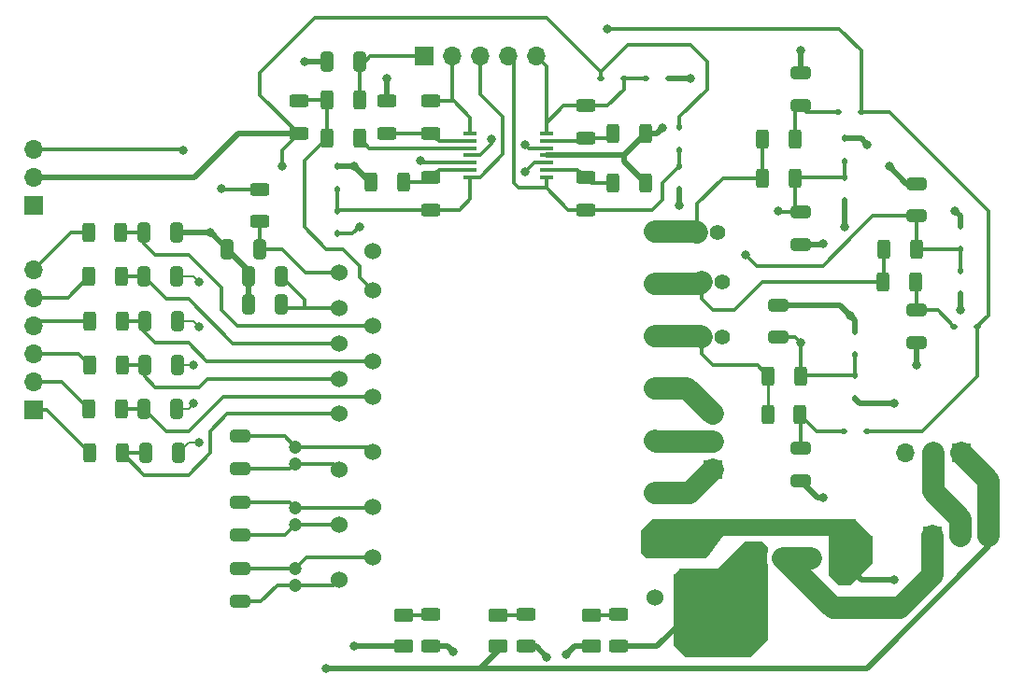
<source format=gbr>
%TF.GenerationSoftware,KiCad,Pcbnew,7.0.9*%
%TF.CreationDate,2024-01-23T23:33:06-05:00*%
%TF.ProjectId,Drive,44726976-652e-46b6-9963-61645f706362,rev?*%
%TF.SameCoordinates,Original*%
%TF.FileFunction,Copper,L1,Top*%
%TF.FilePolarity,Positive*%
%FSLAX46Y46*%
G04 Gerber Fmt 4.6, Leading zero omitted, Abs format (unit mm)*
G04 Created by KiCad (PCBNEW 7.0.9) date 2024-01-23 23:33:06*
%MOMM*%
%LPD*%
G01*
G04 APERTURE LIST*
G04 Aperture macros list*
%AMRoundRect*
0 Rectangle with rounded corners*
0 $1 Rounding radius*
0 $2 $3 $4 $5 $6 $7 $8 $9 X,Y pos of 4 corners*
0 Add a 4 corners polygon primitive as box body*
4,1,4,$2,$3,$4,$5,$6,$7,$8,$9,$2,$3,0*
0 Add four circle primitives for the rounded corners*
1,1,$1+$1,$2,$3*
1,1,$1+$1,$4,$5*
1,1,$1+$1,$6,$7*
1,1,$1+$1,$8,$9*
0 Add four rect primitives between the rounded corners*
20,1,$1+$1,$2,$3,$4,$5,0*
20,1,$1+$1,$4,$5,$6,$7,0*
20,1,$1+$1,$6,$7,$8,$9,0*
20,1,$1+$1,$8,$9,$2,$3,0*%
G04 Aperture macros list end*
%TA.AperFunction,SMDPad,CuDef*%
%ADD10RoundRect,0.250000X-0.312500X-0.625000X0.312500X-0.625000X0.312500X0.625000X-0.312500X0.625000X0*%
%TD*%
%TA.AperFunction,ComponentPad*%
%ADD11R,1.700000X1.700000*%
%TD*%
%TA.AperFunction,ComponentPad*%
%ADD12O,1.700000X1.700000*%
%TD*%
%TA.AperFunction,SMDPad,CuDef*%
%ADD13RoundRect,0.112500X0.112500X-0.187500X0.112500X0.187500X-0.112500X0.187500X-0.112500X-0.187500X0*%
%TD*%
%TA.AperFunction,SMDPad,CuDef*%
%ADD14RoundRect,0.250000X-0.625000X0.312500X-0.625000X-0.312500X0.625000X-0.312500X0.625000X0.312500X0*%
%TD*%
%TA.AperFunction,ComponentPad*%
%ADD15C,1.200000*%
%TD*%
%TA.AperFunction,SMDPad,CuDef*%
%ADD16RoundRect,0.250000X-0.325000X-0.650000X0.325000X-0.650000X0.325000X0.650000X-0.325000X0.650000X0*%
%TD*%
%TA.AperFunction,SMDPad,CuDef*%
%ADD17RoundRect,0.112500X0.187500X0.112500X-0.187500X0.112500X-0.187500X-0.112500X0.187500X-0.112500X0*%
%TD*%
%TA.AperFunction,SMDPad,CuDef*%
%ADD18RoundRect,0.250000X0.312500X0.625000X-0.312500X0.625000X-0.312500X-0.625000X0.312500X-0.625000X0*%
%TD*%
%TA.AperFunction,ComponentPad*%
%ADD19C,1.400000*%
%TD*%
%TA.AperFunction,ComponentPad*%
%ADD20O,1.400000X1.400000*%
%TD*%
%TA.AperFunction,SMDPad,CuDef*%
%ADD21RoundRect,0.250000X0.650000X-0.325000X0.650000X0.325000X-0.650000X0.325000X-0.650000X-0.325000X0*%
%TD*%
%TA.AperFunction,SMDPad,CuDef*%
%ADD22RoundRect,0.250000X-0.625000X0.375000X-0.625000X-0.375000X0.625000X-0.375000X0.625000X0.375000X0*%
%TD*%
%TA.AperFunction,SMDPad,CuDef*%
%ADD23RoundRect,0.250000X-0.650000X0.325000X-0.650000X-0.325000X0.650000X-0.325000X0.650000X0.325000X0*%
%TD*%
%TA.AperFunction,SMDPad,CuDef*%
%ADD24RoundRect,0.250000X0.625000X-0.312500X0.625000X0.312500X-0.625000X0.312500X-0.625000X-0.312500X0*%
%TD*%
%TA.AperFunction,SMDPad,CuDef*%
%ADD25RoundRect,0.112500X-0.187500X-0.112500X0.187500X-0.112500X0.187500X0.112500X-0.187500X0.112500X0*%
%TD*%
%TA.AperFunction,SMDPad,CuDef*%
%ADD26RoundRect,0.250000X0.325000X0.650000X-0.325000X0.650000X-0.325000X-0.650000X0.325000X-0.650000X0*%
%TD*%
%TA.AperFunction,SMDPad,CuDef*%
%ADD27RoundRect,0.112500X-0.112500X0.187500X-0.112500X-0.187500X0.112500X-0.187500X0.112500X0.187500X0*%
%TD*%
%TA.AperFunction,ComponentPad*%
%ADD28C,1.524000*%
%TD*%
%TA.AperFunction,SMDPad,CuDef*%
%ADD29R,1.200000X0.400000*%
%TD*%
%TA.AperFunction,ViaPad*%
%ADD30C,0.800000*%
%TD*%
%TA.AperFunction,Conductor*%
%ADD31C,0.300000*%
%TD*%
%TA.AperFunction,Conductor*%
%ADD32C,0.500000*%
%TD*%
%TA.AperFunction,Conductor*%
%ADD33C,0.200000*%
%TD*%
%TA.AperFunction,Conductor*%
%ADD34C,2.000000*%
%TD*%
%TA.AperFunction,Conductor*%
%ADD35C,0.250000*%
%TD*%
G04 APERTURE END LIST*
D10*
%TO.P,R3,1*%
%TO.N,/VFO*%
X117575000Y-61000000D03*
%TO.P,R3,2*%
%TO.N,Fault*%
X120500000Y-61000000D03*
%TD*%
D11*
%TO.P,J_Control1,1,Pin_1*%
%TO.N,U-Hi*%
X91000000Y-89080000D03*
D12*
%TO.P,J_Control1,2,Pin_2*%
%TO.N,V-Hi*%
X91000000Y-86540000D03*
%TO.P,J_Control1,3,Pin_3*%
%TO.N,W-Hi*%
X91000000Y-84000000D03*
%TO.P,J_Control1,4,Pin_4*%
%TO.N,U-Lo*%
X91000000Y-81460000D03*
%TO.P,J_Control1,5,Pin_5*%
%TO.N,V-Lo*%
X91000000Y-78920000D03*
%TO.P,J_Control1,6,Pin_6*%
%TO.N,W-Lo*%
X91000000Y-76380000D03*
%TD*%
D13*
%TO.P,D7,1,K*%
%TO.N,+5V*%
X164462500Y-70100000D03*
%TO.P,D7,2,A*%
%TO.N,/WCOP+*%
X164462500Y-68000000D03*
%TD*%
D10*
%TO.P,R21,1*%
%TO.N,/NU*%
X157575000Y-86000000D03*
%TO.P,R21,2*%
%TO.N,/UCOP+*%
X160500000Y-86000000D03*
%TD*%
D13*
%TO.P,D12,1,K*%
%TO.N,/UCOP+*%
X165425000Y-84050000D03*
%TO.P,D12,2,A*%
%TO.N,-30*%
X165425000Y-81950000D03*
%TD*%
D14*
%TO.P,R14,1*%
%TO.N,/UCOP-*%
X127000000Y-68000000D03*
%TO.P,R14,2*%
%TO.N,CurrentSense U*%
X127000000Y-70925000D03*
%TD*%
D15*
%TO.P,C10,1*%
%TO.N,Net-(U1-IGCM04F60GAXKMA1-VS(V))*%
X114700000Y-99455000D03*
%TO.P,C10,2*%
%TO.N,Net-(U1-IGCM04F60GAXKMA1-VB(V))*%
X114700000Y-97955000D03*
%TD*%
D13*
%TO.P,D10,1,K*%
%TO.N,/VCOP+*%
X174962500Y-74500000D03*
%TO.P,D10,2,A*%
%TO.N,-30*%
X174962500Y-72400000D03*
%TD*%
D16*
%TO.P,C6,1*%
%TO.N,/V_Lo*%
X101000000Y-77000000D03*
%TO.P,C6,2*%
%TO.N,-30*%
X103950000Y-77000000D03*
%TD*%
D11*
%TO.P,U15-5,1,IN*%
%TO.N,+15V*%
X175025000Y-93000000D03*
D12*
%TO.P,U15-5,2,GND*%
%TO.N,-30*%
X172485000Y-93000000D03*
%TO.P,U15-5,3,OUT*%
%TO.N,+5V*%
X169945000Y-93000000D03*
%TD*%
D10*
%TO.P,R16,1*%
%TO.N,/VFO*%
X117575000Y-64450000D03*
%TO.P,R16,2*%
%TO.N,Net-(U2A-+)*%
X120500000Y-64450000D03*
%TD*%
D17*
%TO.P,D15,1,K*%
%TO.N,/ITRIP*%
X166012500Y-62050000D03*
%TO.P,D15,2,A*%
%TO.N,/NW_D*%
X163912500Y-62050000D03*
%TD*%
D18*
%TO.P,R15,1*%
%TO.N,-30*%
X146425000Y-68500000D03*
%TO.P,R15,2*%
%TO.N,/VCOP-*%
X143500000Y-68500000D03*
%TD*%
D19*
%TO.P,R26,1*%
%TO.N,-30*%
X153405000Y-77500000D03*
D20*
%TO.P,R26,2*%
%TO.N,/NV*%
X151505000Y-77500000D03*
%TD*%
D17*
%TO.P,D14,1,K*%
%TO.N,/ITRIP*%
X176512500Y-81500000D03*
%TO.P,D14,2,A*%
%TO.N,/NV_D*%
X174412500Y-81500000D03*
%TD*%
D21*
%TO.P,C20,1*%
%TO.N,/NW_D*%
X160462500Y-61500000D03*
%TO.P,C20,2*%
%TO.N,-30*%
X160462500Y-58550000D03*
%TD*%
D18*
%TO.P,R8,1*%
%TO.N,/W_Hi*%
X99000000Y-85000000D03*
%TO.P,R8,2*%
%TO.N,W-Hi*%
X96075000Y-85000000D03*
%TD*%
D19*
%TO.P,R27,1*%
%TO.N,-30*%
X153000000Y-73000000D03*
D20*
%TO.P,R27,2*%
%TO.N,/NW*%
X151100000Y-73000000D03*
%TD*%
D22*
%TO.P,D17,1,K*%
%TO.N,Net-(D17-K)*%
X141500000Y-107675000D03*
%TO.P,D17,2,A*%
%TO.N,+5V*%
X141500000Y-110475000D03*
%TD*%
D23*
%TO.P,C23,1*%
%TO.N,+30-2*%
X150500000Y-101500000D03*
%TO.P,C23,2*%
%TO.N,-30*%
X150500000Y-104450000D03*
%TD*%
D24*
%TO.P,R1,1*%
%TO.N,/WCOP-*%
X141000000Y-64425000D03*
%TO.P,R1,2*%
%TO.N,CurrentSense W*%
X141000000Y-61500000D03*
%TD*%
D16*
%TO.P,C4,1*%
%TO.N,/W_Hi*%
X101050000Y-85000000D03*
%TO.P,C4,2*%
%TO.N,-30*%
X104000000Y-85000000D03*
%TD*%
D21*
%TO.P,C14,1*%
%TO.N,Net-(U1-IGCM04F60GAXKMA1-VS(U))*%
X109700000Y-106405000D03*
%TO.P,C14,2*%
%TO.N,Net-(U1-IGCM04F60GAXKMA1-VB(U))*%
X109700000Y-103455000D03*
%TD*%
%TO.P,C16,1*%
%TO.N,Net-(U1-IGCM04F60GAXKMA1-VS(W))*%
X109700000Y-94430000D03*
%TO.P,C16,2*%
%TO.N,Net-(U1-IGCM04F60GAXKMA1-VB(W))*%
X109700000Y-91480000D03*
%TD*%
D11*
%TO.P,J_POWER1,1,Pin_1*%
%TO.N,+30-2*%
X164000000Y-102500000D03*
D12*
%TO.P,J_POWER1,2,Pin_2*%
%TO.N,+30*%
X161460000Y-102500000D03*
%TO.P,J_POWER1,3,Pin_3*%
X158920000Y-102500000D03*
%TO.P,J_POWER1,4,Pin_4*%
%TO.N,-30*%
X156380000Y-102500000D03*
%TD*%
D14*
%TO.P,R30,1*%
%TO.N,Net-(D18-K)*%
X127000000Y-107575000D03*
%TO.P,R30,2*%
%TO.N,-30*%
X127000000Y-110500000D03*
%TD*%
%TO.P,R2,1*%
%TO.N,/VFO*%
X115000000Y-61075000D03*
%TO.P,R2,2*%
%TO.N,+3.3V*%
X115000000Y-64000000D03*
%TD*%
D25*
%TO.P,D1,1,K*%
%TO.N,+3.3V*%
X142400000Y-59000000D03*
%TO.P,D1,2,A*%
%TO.N,CurrentSense W*%
X144500000Y-59000000D03*
%TD*%
D18*
%TO.P,R11,1*%
%TO.N,/W_Lo*%
X98875000Y-73000000D03*
%TO.P,R11,2*%
%TO.N,W-Lo*%
X95950000Y-73000000D03*
%TD*%
D26*
%TO.P,C8,1*%
%TO.N,+15V*%
X113450000Y-77000000D03*
%TO.P,C8,2*%
%TO.N,-30*%
X110500000Y-77000000D03*
%TD*%
D11*
%TO.P,J3.3,1,Pin_1*%
%TO.N,-30*%
X91000000Y-70500000D03*
D12*
%TO.P,J3.3,2,Pin_2*%
%TO.N,+3.3V*%
X91000000Y-67960000D03*
%TO.P,J3.3,3,Pin_3*%
%TO.N,ShutDown*%
X91000000Y-65420000D03*
%TD*%
D10*
%TO.P,R18,1*%
%TO.N,-30*%
X121575000Y-68450000D03*
%TO.P,R18,2*%
%TO.N,/UCOP-*%
X124500000Y-68450000D03*
%TD*%
%TO.P,R24,1*%
%TO.N,/NU*%
X157500000Y-89500000D03*
%TO.P,R24,2*%
%TO.N,/NU_D*%
X160425000Y-89500000D03*
%TD*%
D14*
%TO.P,R29,1*%
%TO.N,Net-(D17-K)*%
X144000000Y-107575000D03*
%TO.P,R29,2*%
%TO.N,-30*%
X144000000Y-110500000D03*
%TD*%
D21*
%TO.P,C19,1*%
%TO.N,/UCOP+*%
X158500000Y-82500000D03*
%TO.P,C19,2*%
%TO.N,-30*%
X158500000Y-79550000D03*
%TD*%
D13*
%TO.P,D11,1,K*%
%TO.N,+5V*%
X165425000Y-88050000D03*
%TO.P,D11,2,A*%
%TO.N,/UCOP+*%
X165425000Y-85950000D03*
%TD*%
D26*
%TO.P,C12,1*%
%TO.N,+15V*%
X113450000Y-79500000D03*
%TO.P,C12,2*%
%TO.N,-30*%
X110500000Y-79500000D03*
%TD*%
D11*
%TO.P,J_Current1,1,Pin_1*%
%TO.N,Fault*%
X126380000Y-57000000D03*
D12*
%TO.P,J_Current1,2,Pin_2*%
%TO.N,Temperature Monitor*%
X128920000Y-57000000D03*
%TO.P,J_Current1,3,Pin_3*%
%TO.N,CurrentSense U*%
X131460000Y-57000000D03*
%TO.P,J_Current1,4,Pin_4*%
%TO.N,CurrentSense V*%
X134000000Y-57000000D03*
%TO.P,J_Current1,5,Pin_5*%
%TO.N,CurrentSense W*%
X136540000Y-57000000D03*
%TD*%
D13*
%TO.P,D5,1,K*%
%TO.N,+3.3V*%
X118500000Y-73100000D03*
%TO.P,D5,2,A*%
%TO.N,CurrentSense U*%
X118500000Y-71000000D03*
%TD*%
D21*
%TO.P,C15,1*%
%TO.N,Net-(U1-IGCM04F60GAXKMA1-VS(V))*%
X109700000Y-100405000D03*
%TO.P,C15,2*%
%TO.N,Net-(U1-IGCM04F60GAXKMA1-VB(V))*%
X109700000Y-97455000D03*
%TD*%
D14*
%TO.P,R5,1*%
%TO.N,/VCOP-*%
X141000000Y-68000000D03*
%TO.P,R5,2*%
%TO.N,CurrentSense V*%
X141000000Y-70925000D03*
%TD*%
D21*
%TO.P,C18,1*%
%TO.N,/VCOP+*%
X170962500Y-71500000D03*
%TO.P,C18,2*%
%TO.N,-30*%
X170962500Y-68550000D03*
%TD*%
D23*
%TO.P,C21,1*%
%TO.N,/NV_D*%
X170962500Y-80000000D03*
%TO.P,C21,2*%
%TO.N,-30*%
X170962500Y-82950000D03*
%TD*%
D16*
%TO.P,C7,1*%
%TO.N,/W_Lo*%
X101000000Y-73000000D03*
%TO.P,C7,2*%
%TO.N,-30*%
X103950000Y-73000000D03*
%TD*%
D18*
%TO.P,R7,1*%
%TO.N,/V_Hi*%
X98925000Y-89000000D03*
%TO.P,R7,2*%
%TO.N,V-Hi*%
X96000000Y-89000000D03*
%TD*%
D22*
%TO.P,D16,1,K*%
%TO.N,Net-(D16-K)*%
X133100000Y-107675000D03*
%TO.P,D16,2,A*%
%TO.N,+15V*%
X133100000Y-110475000D03*
%TD*%
D26*
%TO.P,C17,1*%
%TO.N,/ITRIP*%
X111500000Y-74500000D03*
%TO.P,C17,2*%
%TO.N,-30*%
X108550000Y-74500000D03*
%TD*%
D18*
%TO.P,R12,1*%
%TO.N,-30*%
X146425000Y-64000000D03*
%TO.P,R12,2*%
%TO.N,/WCOP-*%
X143500000Y-64000000D03*
%TD*%
%TO.P,R10,1*%
%TO.N,/V_Lo*%
X98950000Y-77000000D03*
%TO.P,R10,2*%
%TO.N,V-Lo*%
X96025000Y-77000000D03*
%TD*%
D11*
%TO.P,M1,1,U*%
%TO.N,Net-(M1-U)*%
X152500000Y-94525000D03*
D12*
%TO.P,M1,2,V*%
%TO.N,Net-(M1-V)*%
X152500000Y-91985000D03*
%TO.P,M1,3,W*%
%TO.N,Net-(M1-W)*%
X152500000Y-89445000D03*
%TD*%
D27*
%TO.P,D4,1,K*%
%TO.N,CurrentSense V*%
X149500000Y-67000000D03*
%TO.P,D4,2,A*%
%TO.N,-30*%
X149500000Y-69100000D03*
%TD*%
D10*
%TO.P,R22,1*%
%TO.N,/NW*%
X157037500Y-64550000D03*
%TO.P,R22,2*%
%TO.N,/NW_D*%
X159962500Y-64550000D03*
%TD*%
D14*
%TO.P,R17,1*%
%TO.N,-30*%
X123000000Y-61075000D03*
%TO.P,R17,2*%
%TO.N,Net-(U2A--)*%
X123000000Y-64000000D03*
%TD*%
D15*
%TO.P,C9,1*%
%TO.N,Net-(U1-IGCM04F60GAXKMA1-VS(U))*%
X114700000Y-104955000D03*
%TO.P,C9,2*%
%TO.N,Net-(U1-IGCM04F60GAXKMA1-VB(U))*%
X114700000Y-103455000D03*
%TD*%
D23*
%TO.P,C13,1*%
%TO.N,/WCOP+*%
X160462500Y-71100000D03*
%TO.P,C13,2*%
%TO.N,-30*%
X160462500Y-74050000D03*
%TD*%
D24*
%TO.P,R4,1*%
%TO.N,/ITRIP*%
X111500000Y-72000000D03*
%TO.P,R4,2*%
%TO.N,ShutDown*%
X111500000Y-69075000D03*
%TD*%
D14*
%TO.P,R28,1*%
%TO.N,Net-(D16-K)*%
X135600000Y-107575000D03*
%TO.P,R28,2*%
%TO.N,-30*%
X135600000Y-110500000D03*
%TD*%
D15*
%TO.P,C11,1*%
%TO.N,Net-(U1-IGCM04F60GAXKMA1-VS(W))*%
X114700000Y-93955000D03*
%TO.P,C11,2*%
%TO.N,Net-(U1-IGCM04F60GAXKMA1-VB(W))*%
X114700000Y-92455000D03*
%TD*%
D19*
%TO.P,R25,1*%
%TO.N,-30*%
X153400000Y-82500000D03*
D20*
%TO.P,R25,2*%
%TO.N,/NU*%
X151500000Y-82500000D03*
%TD*%
D23*
%TO.P,C22,1*%
%TO.N,/NU_D*%
X160500000Y-92550000D03*
%TO.P,C22,2*%
%TO.N,-30*%
X160500000Y-95500000D03*
%TD*%
D10*
%TO.P,R20,1*%
%TO.N,/NV*%
X168037500Y-74500000D03*
%TO.P,R20,2*%
%TO.N,/VCOP+*%
X170962500Y-74500000D03*
%TD*%
D28*
%TO.P,U1-IGCM04F60GAXKMA1,1,VS(U)*%
%TO.N,Net-(U1-IGCM04F60GAXKMA1-VS(U))*%
X118700000Y-104455000D03*
%TO.P,U1-IGCM04F60GAXKMA1,2,VB(U)*%
%TO.N,Net-(U1-IGCM04F60GAXKMA1-VB(U))*%
X121700000Y-102455000D03*
%TO.P,U1-IGCM04F60GAXKMA1,3,VS(V)*%
%TO.N,Net-(U1-IGCM04F60GAXKMA1-VS(V))*%
X118700000Y-99455000D03*
%TO.P,U1-IGCM04F60GAXKMA1,4,VB(V)*%
%TO.N,Net-(U1-IGCM04F60GAXKMA1-VB(V))*%
X121700000Y-97855000D03*
%TO.P,U1-IGCM04F60GAXKMA1,5,VS(W)*%
%TO.N,Net-(U1-IGCM04F60GAXKMA1-VS(W))*%
X118700000Y-94455000D03*
%TO.P,U1-IGCM04F60GAXKMA1,6,VB(W)*%
%TO.N,Net-(U1-IGCM04F60GAXKMA1-VB(W))*%
X121700000Y-92855000D03*
%TO.P,U1-IGCM04F60GAXKMA1,7,HIN(U)*%
%TO.N,/U_Hi*%
X118700000Y-89455000D03*
%TO.P,U1-IGCM04F60GAXKMA1,8,HIN(V)*%
%TO.N,/V_Hi*%
X121700000Y-87855000D03*
%TO.P,U1-IGCM04F60GAXKMA1,9,HIN(W)*%
%TO.N,/W_Hi*%
X118700000Y-86255000D03*
%TO.P,U1-IGCM04F60GAXKMA1,10,LIN(U)*%
%TO.N,/U_Lo*%
X121700000Y-84655000D03*
%TO.P,U1-IGCM04F60GAXKMA1,11,LIN(V)*%
%TO.N,/V_Lo*%
X118700000Y-83055000D03*
%TO.P,U1-IGCM04F60GAXKMA1,12,LIN(W)*%
%TO.N,/W_Lo*%
X121700000Y-81455000D03*
%TO.P,U1-IGCM04F60GAXKMA1,13,VDD*%
%TO.N,+15V*%
X118700000Y-79855000D03*
%TO.P,U1-IGCM04F60GAXKMA1,14,VFO*%
%TO.N,/VFO*%
X121700000Y-78255000D03*
%TO.P,U1-IGCM04F60GAXKMA1,15,ITRIP*%
%TO.N,/ITRIP*%
X118700000Y-76655000D03*
%TO.P,U1-IGCM04F60GAXKMA1,16,VSS*%
%TO.N,-30*%
X121700000Y-74655000D03*
%TO.P,U1-IGCM04F60GAXKMA1,17,NW*%
%TO.N,/NW*%
X147300000Y-72945000D03*
%TO.P,U1-IGCM04F60GAXKMA1,18,NV*%
%TO.N,/NV*%
X147300000Y-77675000D03*
%TO.P,U1-IGCM04F60GAXKMA1,19,NU*%
%TO.N,/NU*%
X147300000Y-82405000D03*
%TO.P,U1-IGCM04F60GAXKMA1,20,W*%
%TO.N,Net-(M1-W)*%
X147300000Y-87135000D03*
%TO.P,U1-IGCM04F60GAXKMA1,21,V*%
%TO.N,Net-(M1-V)*%
X147300000Y-91865000D03*
%TO.P,U1-IGCM04F60GAXKMA1,22,U*%
%TO.N,Net-(M1-U)*%
X147300000Y-96595000D03*
%TO.P,U1-IGCM04F60GAXKMA1,23,P*%
%TO.N,+30-2*%
X147300000Y-101325000D03*
%TO.P,U1-IGCM04F60GAXKMA1,24,NC*%
%TO.N,unconnected-(U1-IGCM04F60GAXKMA1-NC-Pad24)*%
X147300000Y-106055000D03*
%TD*%
D13*
%TO.P,D9,1,K*%
%TO.N,+5V*%
X174962500Y-78600000D03*
%TO.P,D9,2,A*%
%TO.N,/VCOP+*%
X174962500Y-76500000D03*
%TD*%
D18*
%TO.P,R9,1*%
%TO.N,/U_Lo*%
X99000000Y-81000000D03*
%TO.P,R9,2*%
%TO.N,U-Lo*%
X96075000Y-81000000D03*
%TD*%
D13*
%TO.P,D6,1,K*%
%TO.N,CurrentSense U*%
X118500000Y-69100000D03*
%TO.P,D6,2,A*%
%TO.N,-30*%
X118500000Y-67000000D03*
%TD*%
D26*
%TO.P,C1,1*%
%TO.N,Fault*%
X120500000Y-57500000D03*
%TO.P,C1,2*%
%TO.N,-30*%
X117550000Y-57500000D03*
%TD*%
D22*
%TO.P,D18,1,K*%
%TO.N,Net-(D18-K)*%
X124500000Y-107700000D03*
%TO.P,D18,2,A*%
%TO.N,+30-2*%
X124500000Y-110500000D03*
%TD*%
D27*
%TO.P,D3,1,K*%
%TO.N,+3.3V*%
X149500000Y-63400000D03*
%TO.P,D3,2,A*%
%TO.N,CurrentSense V*%
X149500000Y-65500000D03*
%TD*%
D13*
%TO.P,D8,1,K*%
%TO.N,/WCOP+*%
X164462500Y-66562500D03*
%TO.P,D8,2,A*%
%TO.N,-30*%
X164462500Y-64462500D03*
%TD*%
D16*
%TO.P,C3,1*%
%TO.N,/V_Hi*%
X101000000Y-89000000D03*
%TO.P,C3,2*%
%TO.N,-30*%
X103950000Y-89000000D03*
%TD*%
%TO.P,C5,1*%
%TO.N,/U_Lo*%
X101050000Y-81000000D03*
%TO.P,C5,2*%
%TO.N,-30*%
X104000000Y-81000000D03*
%TD*%
D11*
%TO.P,U30-15,1,IN*%
%TO.N,+30*%
X172460000Y-100500000D03*
D12*
%TO.P,U30-15,2,GND*%
%TO.N,-30*%
X175000000Y-100500000D03*
%TO.P,U30-15,3,OUT*%
%TO.N,+15V*%
X177540000Y-100500000D03*
%TD*%
D10*
%TO.P,R19,1*%
%TO.N,/NW*%
X157037500Y-68050000D03*
%TO.P,R19,2*%
%TO.N,/WCOP+*%
X159962500Y-68050000D03*
%TD*%
D24*
%TO.P,R13,1*%
%TO.N,Net-(U2A--)*%
X127000000Y-64000000D03*
%TO.P,R13,2*%
%TO.N,Temperature Monitor*%
X127000000Y-61075000D03*
%TD*%
D17*
%TO.P,D13,1,K*%
%TO.N,/ITRIP*%
X166475000Y-91000000D03*
%TO.P,D13,2,A*%
%TO.N,/NU_D*%
X164375000Y-91000000D03*
%TD*%
D16*
%TO.P,C2,1*%
%TO.N,/U_Hi*%
X101125000Y-93000000D03*
%TO.P,C2,2*%
%TO.N,-30*%
X104075000Y-93000000D03*
%TD*%
D29*
%TO.P,U2,1*%
%TO.N,Temperature Monitor*%
X130550000Y-64050000D03*
%TO.P,U2,2,-*%
%TO.N,Net-(U2A--)*%
X130550000Y-64700000D03*
%TO.P,U2,3,+*%
%TO.N,Net-(U2A-+)*%
X130550000Y-65350000D03*
%TO.P,U2,4,V+*%
%TO.N,+5V*%
X130550000Y-66000000D03*
%TO.P,U2,5,+*%
%TO.N,/UCOP+*%
X130550000Y-66650000D03*
%TO.P,U2,6,-*%
%TO.N,/UCOP-*%
X130550000Y-67300000D03*
%TO.P,U2,7*%
%TO.N,CurrentSense U*%
X130550000Y-67950000D03*
%TO.P,U2,8*%
%TO.N,CurrentSense V*%
X137450000Y-67950000D03*
%TO.P,U2,9,-*%
%TO.N,/VCOP-*%
X137450000Y-67300000D03*
%TO.P,U2,10,+*%
%TO.N,/VCOP+*%
X137450000Y-66650000D03*
%TO.P,U2,11,V-*%
%TO.N,-30*%
X137450000Y-66000000D03*
%TO.P,U2,12,+*%
%TO.N,/WCOP+*%
X137450000Y-65350000D03*
%TO.P,U2,13,-*%
%TO.N,/WCOP-*%
X137450000Y-64700000D03*
%TO.P,U2,14*%
%TO.N,CurrentSense W*%
X137450000Y-64050000D03*
%TD*%
D18*
%TO.P,R6,1*%
%TO.N,/U_Hi*%
X99000000Y-93000000D03*
%TO.P,R6,2*%
%TO.N,U-Hi*%
X96075000Y-93000000D03*
%TD*%
D10*
%TO.P,R23,1*%
%TO.N,/NV*%
X167962500Y-77500000D03*
%TO.P,R23,2*%
%TO.N,/NV_D*%
X170887500Y-77500000D03*
%TD*%
D25*
%TO.P,D2,1,K*%
%TO.N,CurrentSense W*%
X146450000Y-59000000D03*
%TO.P,D2,2,A*%
%TO.N,-30*%
X148550000Y-59000000D03*
%TD*%
D30*
%TO.N,-30*%
X162500000Y-97000000D03*
X123000000Y-59000000D03*
X153500000Y-111000000D03*
X148000000Y-63500000D03*
X154500000Y-108000000D03*
X106000000Y-81500000D03*
X120000000Y-67000000D03*
X107000000Y-73000000D03*
X151500000Y-108000000D03*
X149500000Y-70500000D03*
X171000000Y-85000000D03*
X151500000Y-106500000D03*
X105500000Y-88500000D03*
X153000000Y-108000000D03*
X106000000Y-92000000D03*
X150000000Y-106500000D03*
X155000000Y-111000000D03*
X137500000Y-111500000D03*
X152000000Y-111000000D03*
X129000000Y-111000000D03*
X150500000Y-59000000D03*
X115500000Y-57500000D03*
X162500000Y-74000000D03*
X154000000Y-103500000D03*
X156000000Y-108000000D03*
X165000000Y-80500000D03*
X166500000Y-65000000D03*
X174500000Y-71000000D03*
X150500000Y-111000000D03*
X168500000Y-67000000D03*
X153000000Y-105000000D03*
X105500000Y-85000000D03*
X150000000Y-108000000D03*
X160500000Y-56500000D03*
X153000000Y-106500000D03*
X106000000Y-77500000D03*
%TO.N,+15V*%
X117500000Y-112500000D03*
%TO.N,/WCOP+*%
X135500000Y-65000000D03*
X158500000Y-71000000D03*
%TO.N,/ITRIP*%
X143000000Y-54500000D03*
%TO.N,/VCOP+*%
X135500000Y-67500000D03*
X155500000Y-75000000D03*
%TO.N,/UCOP+*%
X160500000Y-83000000D03*
X126000000Y-66500000D03*
%TO.N,+30-2*%
X169000000Y-104500000D03*
X120000000Y-110500000D03*
%TO.N,+3.3V*%
X113500000Y-67000000D03*
X120500000Y-72500000D03*
%TO.N,+5V*%
X139250000Y-111250000D03*
X164500000Y-72500000D03*
X132500000Y-64500000D03*
X175000000Y-80000000D03*
X169000000Y-88500000D03*
%TO.N,ShutDown*%
X108000000Y-69000000D03*
X104500000Y-65500000D03*
%TD*%
D31*
%TO.N,Fault*%
X120500000Y-58000000D02*
X121500000Y-57000000D01*
X120500000Y-61000000D02*
X120500000Y-58000000D01*
X121500000Y-57000000D02*
X126380000Y-57000000D01*
D32*
%TO.N,-30*%
X164462500Y-64462500D02*
X165962500Y-64462500D01*
X160462500Y-74050000D02*
X162450000Y-74050000D01*
X160462500Y-56537500D02*
X160500000Y-56500000D01*
X171000000Y-82987500D02*
X170962500Y-82950000D01*
D33*
X104075000Y-93000000D02*
X105075000Y-92000000D01*
D32*
X160500000Y-95500000D02*
X162000000Y-97000000D01*
X115500000Y-57500000D02*
X117550000Y-57500000D01*
X107050000Y-73000000D02*
X107000000Y-73000000D01*
X108550000Y-74500000D02*
X107050000Y-73000000D01*
D34*
X172485000Y-96425000D02*
X175000000Y-98940000D01*
D33*
X103950000Y-77000000D02*
X105500000Y-77000000D01*
D32*
X144500000Y-66000000D02*
X144500000Y-66575000D01*
X174962500Y-72400000D02*
X174962500Y-71462500D01*
X110500000Y-76450000D02*
X108550000Y-74500000D01*
D33*
X104000000Y-81000000D02*
X105500000Y-81000000D01*
D32*
X147500000Y-110500000D02*
X150000000Y-108000000D01*
X148550000Y-59000000D02*
X150500000Y-59000000D01*
X144000000Y-110500000D02*
X147500000Y-110500000D01*
X110500000Y-77000000D02*
X110500000Y-76450000D01*
D33*
X103950000Y-89000000D02*
X105000000Y-89000000D01*
D34*
X175000000Y-98940000D02*
X175000000Y-100500000D01*
D32*
X170050000Y-68550000D02*
X168500000Y-67000000D01*
D33*
X105500000Y-77000000D02*
X106000000Y-77500000D01*
D32*
X123000000Y-61075000D02*
X123000000Y-59000000D01*
X118500000Y-67000000D02*
X120000000Y-67000000D01*
X144500000Y-66575000D02*
X146425000Y-68500000D01*
X144500000Y-65925000D02*
X146425000Y-64000000D01*
X110500000Y-79500000D02*
X110500000Y-77000000D01*
X136500000Y-110500000D02*
X135600000Y-110500000D01*
X158500000Y-79550000D02*
X164050000Y-79550000D01*
X162450000Y-74050000D02*
X162500000Y-74000000D01*
X174962500Y-71462500D02*
X174500000Y-71000000D01*
X165425000Y-81950000D02*
X165425000Y-80925000D01*
X107000000Y-73000000D02*
X103950000Y-73000000D01*
X137450000Y-66000000D02*
X144500000Y-66000000D01*
D33*
X105075000Y-92000000D02*
X106000000Y-92000000D01*
D32*
X147500000Y-64000000D02*
X146425000Y-64000000D01*
X127000000Y-110500000D02*
X128500000Y-110500000D01*
X149500000Y-69100000D02*
X149500000Y-70500000D01*
D33*
X105500000Y-81000000D02*
X106000000Y-81500000D01*
D32*
X165962500Y-64462500D02*
X166500000Y-65000000D01*
X160462500Y-58550000D02*
X160462500Y-56537500D01*
X144500000Y-66000000D02*
X144500000Y-65925000D01*
X170962500Y-68550000D02*
X170050000Y-68550000D01*
X137500000Y-111500000D02*
X136500000Y-110500000D01*
X164050000Y-79550000D02*
X165000000Y-80500000D01*
X121575000Y-68450000D02*
X121450000Y-68450000D01*
D34*
X172485000Y-93000000D02*
X172485000Y-96425000D01*
D33*
X105000000Y-89000000D02*
X105500000Y-88500000D01*
X104000000Y-85000000D02*
X105500000Y-85000000D01*
D32*
X121450000Y-68450000D02*
X120000000Y-67000000D01*
X162000000Y-97000000D02*
X162500000Y-97000000D01*
X128500000Y-110500000D02*
X129000000Y-111000000D01*
X165425000Y-80925000D02*
X165000000Y-80500000D01*
X148000000Y-63500000D02*
X147500000Y-64000000D01*
X171000000Y-85000000D02*
X171000000Y-82987500D01*
D31*
%TO.N,/U_Hi*%
X107000000Y-93000000D02*
X105000000Y-95000000D01*
X108545000Y-89455000D02*
X107000000Y-91000000D01*
X107000000Y-91000000D02*
X107000000Y-93000000D01*
X118700000Y-89455000D02*
X108545000Y-89455000D01*
X105000000Y-95000000D02*
X101000000Y-95000000D01*
X101125000Y-93000000D02*
X99000000Y-93000000D01*
X101000000Y-95000000D02*
X99000000Y-93000000D01*
%TO.N,/V_Hi*%
X105000000Y-91000000D02*
X103000000Y-91000000D01*
X121700000Y-87855000D02*
X108145000Y-87855000D01*
X103000000Y-91000000D02*
X101000000Y-89000000D01*
X101000000Y-89000000D02*
X98925000Y-89000000D01*
X108145000Y-87855000D02*
X105000000Y-91000000D01*
%TO.N,/W_Hi*%
X101050000Y-86050000D02*
X101050000Y-85000000D01*
X102000000Y-87000000D02*
X101050000Y-86050000D01*
X106000000Y-87000000D02*
X102000000Y-87000000D01*
X118700000Y-86255000D02*
X106745000Y-86255000D01*
X101050000Y-85000000D02*
X99000000Y-85000000D01*
X106745000Y-86255000D02*
X106000000Y-87000000D01*
%TO.N,/U_Lo*%
X105000000Y-83000000D02*
X102000000Y-83000000D01*
X106655000Y-84655000D02*
X105000000Y-83000000D01*
X101000000Y-82000000D02*
X101050000Y-81950000D01*
X99000000Y-81000000D02*
X101050000Y-81000000D01*
X102000000Y-83000000D02*
X101000000Y-82000000D01*
X101050000Y-81950000D02*
X101050000Y-81000000D01*
X121700000Y-84655000D02*
X106655000Y-84655000D01*
%TO.N,/V_Lo*%
X103000000Y-79000000D02*
X101000000Y-77000000D01*
X118700000Y-83055000D02*
X109055000Y-83055000D01*
X105000000Y-79000000D02*
X103000000Y-79000000D01*
X109055000Y-83055000D02*
X105000000Y-79000000D01*
X98950000Y-77000000D02*
X101000000Y-77000000D01*
%TO.N,/W_Lo*%
X98875000Y-73000000D02*
X101000000Y-73000000D01*
X102000000Y-75000000D02*
X101000000Y-74000000D01*
X105000000Y-75000000D02*
X102000000Y-75000000D01*
X108000000Y-78000000D02*
X105000000Y-75000000D01*
X109455000Y-81455000D02*
X108000000Y-80000000D01*
X108000000Y-80000000D02*
X108000000Y-78000000D01*
X121700000Y-81455000D02*
X109455000Y-81455000D01*
X101000000Y-74000000D02*
X101000000Y-73000000D01*
%TO.N,+15V*%
X115500000Y-79050000D02*
X115500000Y-79855000D01*
X113450000Y-77000000D02*
X115500000Y-79050000D01*
D34*
X177540000Y-95515000D02*
X177540000Y-100500000D01*
D31*
X115500000Y-79855000D02*
X113805000Y-79855000D01*
D34*
X175025000Y-93000000D02*
X177540000Y-95515000D01*
D32*
X117500000Y-112500000D02*
X132000000Y-112500000D01*
X133100000Y-110475000D02*
X133100000Y-110900000D01*
X133100000Y-110900000D02*
X131500000Y-112500000D01*
D31*
X118700000Y-79855000D02*
X115500000Y-79855000D01*
D32*
X177540000Y-101460000D02*
X177540000Y-100500000D01*
X131500000Y-112500000D02*
X166500000Y-112500000D01*
X166500000Y-112500000D02*
X177540000Y-101460000D01*
D31*
X113805000Y-79855000D02*
X113450000Y-79500000D01*
%TO.N,Net-(U1-IGCM04F60GAXKMA1-VS(U))*%
X114700000Y-104955000D02*
X118200000Y-104955000D01*
X118200000Y-104955000D02*
X118700000Y-104455000D01*
X113045000Y-104955000D02*
X111595000Y-106405000D01*
X114700000Y-104955000D02*
X113045000Y-104955000D01*
X111595000Y-106405000D02*
X109700000Y-106405000D01*
%TO.N,Net-(U1-IGCM04F60GAXKMA1-VB(U))*%
X114700000Y-103455000D02*
X115700000Y-102455000D01*
X109700000Y-103455000D02*
X114700000Y-103455000D01*
X115700000Y-102455000D02*
X121700000Y-102455000D01*
%TO.N,Net-(U1-IGCM04F60GAXKMA1-VS(V))*%
X113750000Y-100405000D02*
X114700000Y-99455000D01*
X109700000Y-100405000D02*
X113750000Y-100405000D01*
X114700000Y-99455000D02*
X118700000Y-99455000D01*
%TO.N,Net-(U1-IGCM04F60GAXKMA1-VB(V))*%
X121600000Y-97955000D02*
X121700000Y-97855000D01*
X114200000Y-97455000D02*
X114700000Y-97955000D01*
X114700000Y-97955000D02*
X121600000Y-97955000D01*
X109700000Y-97455000D02*
X114200000Y-97455000D01*
%TO.N,Net-(U1-IGCM04F60GAXKMA1-VS(W))*%
X114700000Y-93955000D02*
X118200000Y-93955000D01*
X114225000Y-94430000D02*
X114700000Y-93955000D01*
X109700000Y-94430000D02*
X114225000Y-94430000D01*
X118200000Y-93955000D02*
X118700000Y-94455000D01*
%TO.N,Net-(U1-IGCM04F60GAXKMA1-VB(W))*%
X114700000Y-92455000D02*
X121300000Y-92455000D01*
X121300000Y-92455000D02*
X121700000Y-92855000D01*
X109700000Y-91480000D02*
X113725000Y-91480000D01*
X113725000Y-91480000D02*
X114700000Y-92455000D01*
%TO.N,/WCOP+*%
X135850000Y-65350000D02*
X137450000Y-65350000D01*
X159962500Y-70600000D02*
X160462500Y-71100000D01*
X160012500Y-68000000D02*
X159962500Y-68050000D01*
X159962500Y-68050000D02*
X159962500Y-70600000D01*
X160462500Y-71100000D02*
X158600000Y-71100000D01*
X164462500Y-66562500D02*
X164462500Y-68000000D01*
X164512500Y-66512500D02*
X164462500Y-66562500D01*
X135500000Y-65000000D02*
X135850000Y-65350000D01*
X158600000Y-71100000D02*
X158500000Y-71000000D01*
X164462500Y-68000000D02*
X160012500Y-68000000D01*
%TO.N,/ITRIP*%
X177500000Y-80500000D02*
X176512500Y-81487500D01*
X166012500Y-62050000D02*
X168550000Y-62050000D01*
X176512500Y-81500000D02*
X176512500Y-85987500D01*
X115655000Y-76655000D02*
X118700000Y-76655000D01*
X113500000Y-74500000D02*
X115655000Y-76655000D01*
X168550000Y-62050000D02*
X177500000Y-71000000D01*
X111500000Y-74500000D02*
X111500000Y-72000000D01*
X164000000Y-54500000D02*
X143000000Y-54500000D01*
X176512500Y-85987500D02*
X171500000Y-91000000D01*
X166012500Y-62050000D02*
X166012500Y-56512500D01*
X176512500Y-81487500D02*
X176512500Y-81500000D01*
X166012500Y-56512500D02*
X164000000Y-54500000D01*
X177500000Y-71000000D02*
X177500000Y-80500000D01*
X171500000Y-91000000D02*
X166475000Y-91000000D01*
X111500000Y-74500000D02*
X113500000Y-74500000D01*
%TO.N,/VCOP+*%
X136350000Y-66650000D02*
X137450000Y-66650000D01*
X167000000Y-71500000D02*
X165500000Y-73000000D01*
X162500000Y-76000000D02*
X160500000Y-76000000D01*
X156500000Y-76000000D02*
X155500000Y-75000000D01*
X160500000Y-76000000D02*
X156500000Y-76000000D01*
X170962500Y-71500000D02*
X170962500Y-74500000D01*
X165500000Y-73000000D02*
X162500000Y-76000000D01*
X170962500Y-71500000D02*
X167000000Y-71500000D01*
X135500000Y-67500000D02*
X136350000Y-66650000D01*
X174962500Y-74500000D02*
X174962500Y-76500000D01*
X170962500Y-74500000D02*
X174962500Y-74500000D01*
%TO.N,/UCOP+*%
X126000000Y-66500000D02*
X126150000Y-66650000D01*
X160475000Y-83000000D02*
X160425000Y-82950000D01*
X126150000Y-66650000D02*
X130550000Y-66650000D01*
X160500000Y-83000000D02*
X160475000Y-83000000D01*
X160500000Y-83025000D02*
X160500000Y-83000000D01*
X158500000Y-82500000D02*
X160000000Y-82500000D01*
X160500000Y-86000000D02*
X160500000Y-83025000D01*
X165425000Y-85950000D02*
X160550000Y-85950000D01*
X165425000Y-84050000D02*
X165425000Y-85950000D01*
X160000000Y-82500000D02*
X160500000Y-83000000D01*
X160550000Y-85950000D02*
X160500000Y-86000000D01*
X160500000Y-83025000D02*
X160500000Y-83025000D01*
%TO.N,/NW_D*%
X163912500Y-62050000D02*
X161012500Y-62050000D01*
X159962500Y-64550000D02*
X159962500Y-62000000D01*
X159962500Y-62000000D02*
X160462500Y-61500000D01*
X161012500Y-62050000D02*
X160462500Y-61500000D01*
%TO.N,/NV_D*%
X170962500Y-80000000D02*
X172912500Y-80000000D01*
X172912500Y-80000000D02*
X174412500Y-81500000D01*
X170962500Y-77575000D02*
X170887500Y-77500000D01*
X170962500Y-80000000D02*
X170962500Y-77575000D01*
%TO.N,/NU_D*%
X164375000Y-91000000D02*
X161925000Y-91000000D01*
X160500000Y-92550000D02*
X160500000Y-89575000D01*
X160500000Y-89575000D02*
X160425000Y-89500000D01*
X161925000Y-91000000D02*
X160425000Y-89500000D01*
D32*
%TO.N,+30-2*%
X120000000Y-110500000D02*
X120500000Y-110500000D01*
X124500000Y-110500000D02*
X120000000Y-110500000D01*
X166000000Y-104500000D02*
X164000000Y-102500000D01*
X169000000Y-104500000D02*
X166000000Y-104500000D01*
D31*
%TO.N,+3.3V*%
X111500000Y-58500000D02*
X111500000Y-60500000D01*
X116500000Y-53500000D02*
X111500000Y-58500000D01*
X144800000Y-56000000D02*
X142400000Y-58400000D01*
X149500000Y-62500000D02*
X152000000Y-60000000D01*
X118500000Y-73100000D02*
X119900000Y-73100000D01*
X137500000Y-53500000D02*
X116500000Y-53500000D01*
X142400000Y-58400000D02*
X137500000Y-53500000D01*
X142400000Y-59000000D02*
X142400000Y-58400000D01*
X111500000Y-60500000D02*
X115000000Y-64000000D01*
X152000000Y-60000000D02*
X152000000Y-57500000D01*
D32*
X105540000Y-67960000D02*
X109500000Y-64000000D01*
D31*
X149500000Y-63400000D02*
X149500000Y-62500000D01*
D32*
X109500000Y-64000000D02*
X115000000Y-64000000D01*
D31*
X119900000Y-73100000D02*
X120500000Y-72500000D01*
X113500000Y-65500000D02*
X113500000Y-67000000D01*
X115000000Y-64000000D02*
X113500000Y-65500000D01*
X150500000Y-56000000D02*
X144800000Y-56000000D01*
X152000000Y-57500000D02*
X150500000Y-56000000D01*
D32*
X91000000Y-67960000D02*
X105540000Y-67960000D01*
D31*
%TO.N,CurrentSense W*%
X144500000Y-60000000D02*
X144500000Y-59000000D01*
X144500000Y-59000000D02*
X146450000Y-59000000D01*
X137450000Y-63050000D02*
X139000000Y-61500000D01*
X143000000Y-61500000D02*
X144500000Y-60000000D01*
X141000000Y-61500000D02*
X143000000Y-61500000D01*
X137450000Y-64050000D02*
X137450000Y-63050000D01*
X137450000Y-64050000D02*
X137450000Y-57910000D01*
X139000000Y-61500000D02*
X141000000Y-61500000D01*
X146500000Y-59050000D02*
X146450000Y-59000000D01*
X137450000Y-57910000D02*
X136540000Y-57000000D01*
%TO.N,CurrentSense V*%
X134500000Y-57500000D02*
X134000000Y-57000000D01*
X137450000Y-67950000D02*
X137450000Y-68950000D01*
X147075000Y-70925000D02*
X148000000Y-70000000D01*
X134500000Y-68500000D02*
X134500000Y-57500000D01*
X134950000Y-68950000D02*
X134500000Y-68500000D01*
X141000000Y-70925000D02*
X139425000Y-70925000D01*
X148000000Y-70000000D02*
X148000000Y-68500000D01*
X141000000Y-70925000D02*
X147075000Y-70925000D01*
X148000000Y-68500000D02*
X149500000Y-67000000D01*
X137450000Y-68950000D02*
X134950000Y-68950000D01*
X149500000Y-65500000D02*
X149500000Y-67000000D01*
X139425000Y-70925000D02*
X137450000Y-68950000D01*
%TO.N,CurrentSense U*%
X118500000Y-71000000D02*
X118500000Y-69100000D01*
X118575000Y-70925000D02*
X118500000Y-71000000D01*
X133500000Y-65900000D02*
X133500000Y-62500000D01*
X127000000Y-70925000D02*
X118575000Y-70925000D01*
X133500000Y-62500000D02*
X131460000Y-60460000D01*
X130550000Y-67950000D02*
X130550000Y-69950000D01*
X129575000Y-70925000D02*
X127000000Y-70925000D01*
X130550000Y-69950000D02*
X129575000Y-70925000D01*
X130550000Y-67950000D02*
X131450000Y-67950000D01*
X131460000Y-60460000D02*
X131460000Y-57000000D01*
X131450000Y-67950000D02*
X133500000Y-65900000D01*
%TO.N,+5V*%
X131450000Y-66000000D02*
X132500000Y-64950000D01*
D32*
X140025000Y-110475000D02*
X141500000Y-110475000D01*
X164500000Y-72500000D02*
X164500000Y-70137500D01*
X139250000Y-111250000D02*
X140025000Y-110475000D01*
D31*
X132500000Y-64950000D02*
X132500000Y-64500000D01*
D32*
X175000000Y-78637500D02*
X174962500Y-78600000D01*
X169000000Y-88500000D02*
X165875000Y-88500000D01*
D31*
X130550000Y-66000000D02*
X131450000Y-66000000D01*
D32*
X165875000Y-88500000D02*
X165425000Y-88050000D01*
X175000000Y-80000000D02*
X175000000Y-78637500D01*
X164500000Y-70137500D02*
X164462500Y-70100000D01*
D31*
%TO.N,ShutDown*%
X108000000Y-69000000D02*
X108075000Y-69075000D01*
X108075000Y-69075000D02*
X111500000Y-69075000D01*
X91000000Y-65420000D02*
X104420000Y-65420000D01*
X104420000Y-65420000D02*
X104500000Y-65500000D01*
%TO.N,U-Hi*%
X92155000Y-89080000D02*
X91000000Y-89080000D01*
X96075000Y-93000000D02*
X92155000Y-89080000D01*
%TO.N,V-Hi*%
X96000000Y-89000000D02*
X93540000Y-86540000D01*
X93540000Y-86540000D02*
X91000000Y-86540000D01*
%TO.N,W-Hi*%
X95075000Y-84000000D02*
X91000000Y-84000000D01*
X96075000Y-85000000D02*
X95075000Y-84000000D01*
%TO.N,U-Lo*%
X91460000Y-81000000D02*
X91000000Y-81460000D01*
X96075000Y-81000000D02*
X91460000Y-81000000D01*
%TO.N,V-Lo*%
X91000000Y-78920000D02*
X94105000Y-78920000D01*
X94105000Y-78920000D02*
X96025000Y-77000000D01*
%TO.N,W-Lo*%
X91000000Y-76380000D02*
X94380000Y-73000000D01*
X94380000Y-73000000D02*
X95950000Y-73000000D01*
%TO.N,Temperature Monitor*%
X128920000Y-60920000D02*
X128920000Y-57000000D01*
X130550000Y-62550000D02*
X129075000Y-61075000D01*
X129075000Y-61075000D02*
X128920000Y-60920000D01*
X130550000Y-64050000D02*
X130550000Y-62550000D01*
X129075000Y-61075000D02*
X127000000Y-61075000D01*
D34*
%TO.N,+30*%
X158920000Y-102500000D02*
X161460000Y-102500000D01*
X172460000Y-104040000D02*
X172460000Y-100500000D01*
X169500000Y-107000000D02*
X172460000Y-104040000D01*
X163420000Y-107000000D02*
X169500000Y-107000000D01*
X158920000Y-102500000D02*
X163420000Y-107000000D01*
%TO.N,Net-(M1-U)*%
X147300000Y-96595000D02*
X150430000Y-96595000D01*
X150430000Y-96595000D02*
X152500000Y-94525000D01*
%TO.N,Net-(M1-V)*%
X152500000Y-91985000D02*
X147420000Y-91985000D01*
X147420000Y-91985000D02*
X147300000Y-91865000D01*
%TO.N,Net-(M1-W)*%
X150190000Y-87135000D02*
X152500000Y-89445000D01*
X147300000Y-87135000D02*
X150190000Y-87135000D01*
D31*
%TO.N,/WCOP-*%
X141000000Y-64425000D02*
X143075000Y-64425000D01*
X140725000Y-64700000D02*
X137450000Y-64700000D01*
X143075000Y-64425000D02*
X143500000Y-64000000D01*
X141000000Y-64425000D02*
X140725000Y-64700000D01*
%TO.N,/VFO*%
X117575000Y-64450000D02*
X115525000Y-66500000D01*
X117575000Y-61000000D02*
X117575000Y-64450000D01*
X119000000Y-74500000D02*
X120500000Y-76000000D01*
X117500000Y-74500000D02*
X119000000Y-74500000D01*
X115500000Y-66500000D02*
X115500000Y-72500000D01*
X120500000Y-77055000D02*
X121700000Y-78255000D01*
X117575000Y-61000000D02*
X115075000Y-61000000D01*
X115500000Y-72500000D02*
X117500000Y-74500000D01*
X115525000Y-66500000D02*
X115500000Y-66500000D01*
X120500000Y-76000000D02*
X120500000Y-77055000D01*
X115075000Y-61000000D02*
X115000000Y-61075000D01*
%TO.N,/VCOP-*%
X143500000Y-68500000D02*
X141500000Y-68500000D01*
X141000000Y-68000000D02*
X140300000Y-67300000D01*
X141500000Y-68500000D02*
X141000000Y-68000000D01*
X140300000Y-67300000D02*
X137450000Y-67300000D01*
%TO.N,Net-(U2A--)*%
X127000000Y-64000000D02*
X123000000Y-64000000D01*
X130550000Y-64700000D02*
X127700000Y-64700000D01*
X127700000Y-64700000D02*
X127000000Y-64000000D01*
%TO.N,/UCOP-*%
X126550000Y-68450000D02*
X127000000Y-68000000D01*
X127000000Y-68000000D02*
X127700000Y-67300000D01*
X124500000Y-68450000D02*
X126550000Y-68450000D01*
X127700000Y-67300000D02*
X130550000Y-67300000D01*
%TO.N,Net-(U2A-+)*%
X120500000Y-64450000D02*
X121400000Y-65350000D01*
X121400000Y-65350000D02*
X130550000Y-65350000D01*
D34*
%TO.N,/NW*%
X151045000Y-72945000D02*
X151100000Y-73000000D01*
D31*
X151100000Y-70400000D02*
X153450000Y-68050000D01*
X153450000Y-68050000D02*
X157037500Y-68050000D01*
D34*
X147300000Y-72945000D02*
X151045000Y-72945000D01*
D31*
X157037500Y-68050000D02*
X157037500Y-64550000D01*
X151100000Y-73000000D02*
X151100000Y-70400000D01*
%TO.N,/NV*%
X152500000Y-80000000D02*
X151505000Y-79005000D01*
D34*
X151330000Y-77675000D02*
X151505000Y-77500000D01*
D31*
X168037500Y-74500000D02*
X168037500Y-77425000D01*
D34*
X147300000Y-77675000D02*
X151330000Y-77675000D01*
D31*
X167962500Y-77500000D02*
X157000000Y-77500000D01*
X157000000Y-77500000D02*
X154500000Y-80000000D01*
X151505000Y-79005000D02*
X151505000Y-77500000D01*
X154500000Y-80000000D02*
X152500000Y-80000000D01*
X168037500Y-77425000D02*
X167962500Y-77500000D01*
D34*
%TO.N,/NU*%
X147300000Y-82405000D02*
X151405000Y-82405000D01*
D31*
X151500000Y-84000000D02*
X151500000Y-82500000D01*
X152500000Y-85000000D02*
X151500000Y-84000000D01*
X156575000Y-85000000D02*
X152500000Y-85000000D01*
D35*
X157500000Y-89500000D02*
X157500000Y-86075000D01*
D31*
X157575000Y-86000000D02*
X156575000Y-85000000D01*
D34*
X151405000Y-82405000D02*
X151500000Y-82500000D01*
D35*
X157500000Y-86075000D02*
X157575000Y-86000000D01*
D31*
%TO.N,Net-(D16-K)*%
X135500000Y-107675000D02*
X135600000Y-107575000D01*
X133100000Y-107675000D02*
X135500000Y-107675000D01*
%TO.N,Net-(D17-K)*%
X141500000Y-107675000D02*
X143900000Y-107675000D01*
X143900000Y-107675000D02*
X144000000Y-107575000D01*
%TO.N,Net-(D18-K)*%
X124500000Y-107700000D02*
X126875000Y-107700000D01*
X126875000Y-107700000D02*
X127000000Y-107575000D01*
%TD*%
%TA.AperFunction,Conductor*%
%TO.N,-30*%
G36*
X157015677Y-101019685D02*
G01*
X157036319Y-101036319D01*
X157463681Y-101463681D01*
X157497166Y-101525004D01*
X157500000Y-101551362D01*
X157500000Y-101992915D01*
X157494846Y-102028295D01*
X157490728Y-102042126D01*
X157460429Y-102130382D01*
X157455931Y-102157338D01*
X157454198Y-102164829D01*
X157446401Y-102191017D01*
X157434856Y-102283638D01*
X157419500Y-102375665D01*
X157419500Y-102402981D01*
X157419024Y-102410656D01*
X157415643Y-102437779D01*
X157419500Y-102531035D01*
X157419500Y-102624334D01*
X157423996Y-102651279D01*
X157424789Y-102658928D01*
X157425918Y-102686235D01*
X157445069Y-102777567D01*
X157460429Y-102869615D01*
X157469305Y-102895470D01*
X157471345Y-102902883D01*
X157476949Y-102929608D01*
X157476950Y-102929614D01*
X157491518Y-102966947D01*
X157500000Y-103012021D01*
X157500000Y-109948638D01*
X157480315Y-110015677D01*
X157463681Y-110036319D01*
X156036319Y-111463681D01*
X155974996Y-111497166D01*
X155948638Y-111500000D01*
X150051362Y-111500000D01*
X149984323Y-111480315D01*
X149963681Y-111463681D01*
X149036319Y-110536319D01*
X149002834Y-110474996D01*
X149000000Y-110448638D01*
X149000000Y-104051362D01*
X149019685Y-103984323D01*
X149036319Y-103963681D01*
X149463681Y-103536319D01*
X149525004Y-103502834D01*
X149551362Y-103500000D01*
X153000000Y-103500000D01*
X155463681Y-101036319D01*
X155525004Y-101002834D01*
X155551362Y-101000000D01*
X156948638Y-101000000D01*
X157015677Y-101019685D01*
G37*
%TD.AperFunction*%
%TD*%
%TA.AperFunction,Conductor*%
%TO.N,+30-2*%
G36*
X165515677Y-99019685D02*
G01*
X165536319Y-99036319D01*
X166963681Y-100463681D01*
X166997166Y-100525004D01*
X167000000Y-100551362D01*
X167000000Y-102948638D01*
X166980315Y-103015677D01*
X166963681Y-103036319D01*
X165036319Y-104963681D01*
X164974996Y-104997166D01*
X164948638Y-105000000D01*
X164051362Y-105000000D01*
X163984323Y-104980315D01*
X163963681Y-104963681D01*
X163036319Y-104036319D01*
X163002834Y-103974996D01*
X163000000Y-103948638D01*
X163000000Y-100500000D01*
X153500000Y-100500000D01*
X152037200Y-102450400D01*
X151981229Y-102492221D01*
X151938000Y-102500000D01*
X146551362Y-102500000D01*
X146484323Y-102480315D01*
X146463681Y-102463681D01*
X146036319Y-102036319D01*
X146002834Y-101974996D01*
X146000000Y-101948638D01*
X146000000Y-100051362D01*
X146019685Y-99984323D01*
X146036319Y-99963681D01*
X146963681Y-99036319D01*
X147025004Y-99002834D01*
X147051362Y-99000000D01*
X165448638Y-99000000D01*
X165515677Y-99019685D01*
G37*
%TD.AperFunction*%
%TD*%
M02*

</source>
